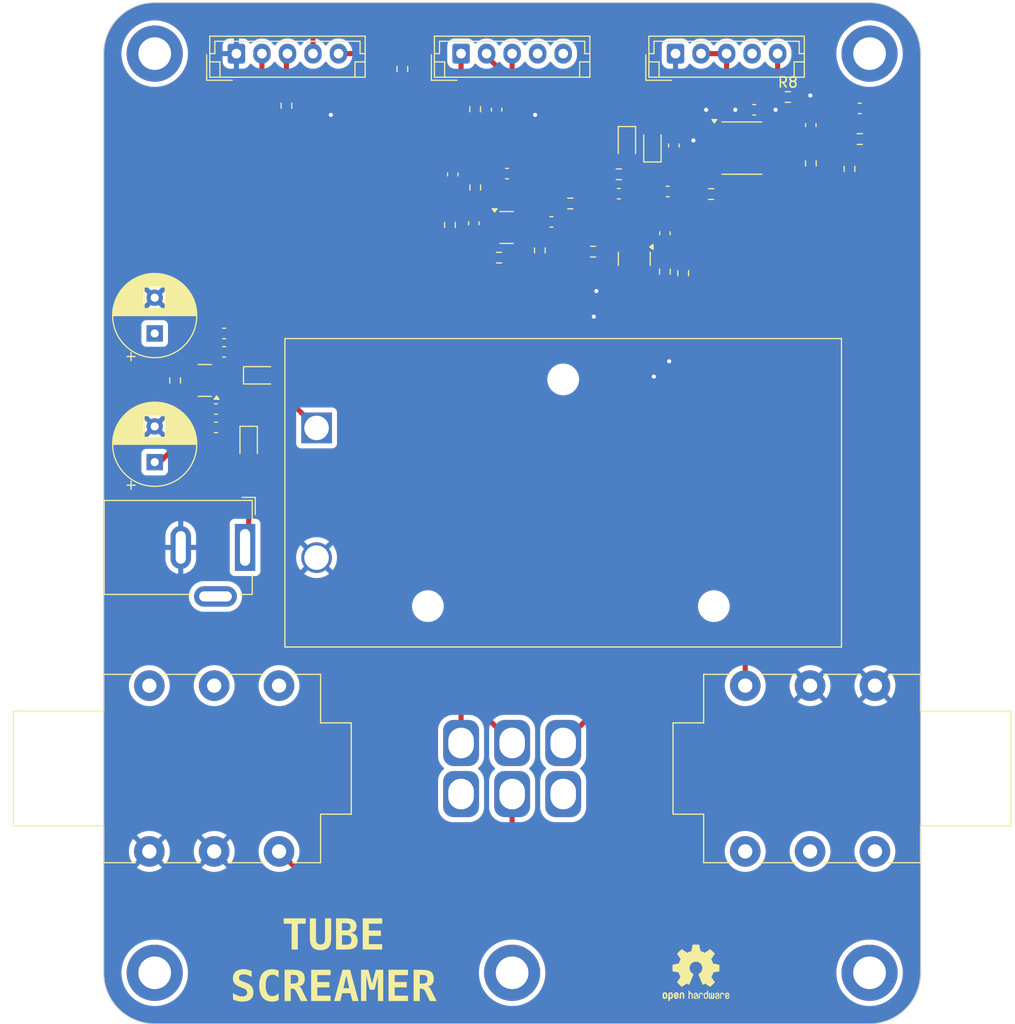
<source format=kicad_pcb>
(kicad_pcb (version 20241229) (generator "pcbnew") (generator_version "9.0")
  (layers (0 "F.Cu" signal) (2 "B.Cu" signal) (13 "F.Paste" user) (15 "B.Paste" user) (5 "F.SilkS" user "F.Silkscreen") (7 "B.SilkS" user "B.Silkscreen") (1 "F.Mask" user) (3 "B.Mask" user) (25 "Edge.Cuts" user))
  (net 0 "")
  (net 1 "0")
  (net 2 "Net-(C1-Pad2)")
  (net 3 "Net-(D1-A)")
  (net 4 "Net-(D1-K)")
  (net 5 "Net-(D3-K)")
  (net 6 "Net-(C6-Pad2)")
  (net 7 "Net-(C7-Pad2)")
  (net 8 "4V5")
  (net 9 "Net-(C9-Pad1)")
  (net 10 "Net-(Q1-B)")
  (net 11 "Net-(J4-Pin_2)")
  (net 12 "Net-(D3-A)")
  (net 13 "9V")
  (net 14 "Net-(J4-Pin_3)")
  (net 15 "Net-(C7-Pad1)")
  (net 16 "Net-(C11-Pad2)")
  (net 17 "IN_BUFF")
  (net 18 "Net-(C11-Pad1)")
  (net 19 "Net-(Q2-B)")
  (net 21 "Net-(Q3-B)")
  (net 22 "Net-(Q2-E)")
  (net 23 "OP_OUT")
  (net 26 "Net-(U1A-+)")
  (net 27 "/SW_MID")
  (net 28 "/SW_ON")
  (net 29 "Net-(J1-PadT)")
  (net 33 "Net-(J5-Pin_4)")
  (net 35 "Net-(BT1-+)")
  (net 36 "Net-(J4-Pin_1)")
  (net 37 "Net-(J3-Pin_5)")
  (net 38 "Net-(J5-Pin_5)")
  (footprint "Resistor_SMD:R_0603_1608Metric_Pad0.98x0.95mm_HandSolder" (layer "F.Cu") (at 109.4875 68.75)
    (property "Reference" "R3" (hide yes))
    (property "Value" "10k")
    (pad "1" smd roundrect (at -0.9125 0) (size 0.975 0.95) (layers "F.Cu" "F.Mask" "F.Paste") (net 26 "Net-(U1A-+)"))
    (pad "2" smd roundrect (at 0.9125 0) (size 0.975 0.95) (layers "F.Cu" "F.Mask" "F.Paste") (net 8 "4V5"))
  )
  (footprint "Resistor_SMD:R_0603_1608Metric_Pad0.98x0.95mm_HandSolder" (layer "F.Cu") (at 57 87 90)
    (property "Reference" "R16" (hide yes))
    (property "Value" "1k")
    (pad "1" smd roundrect (at -0.9125 0 90) (size 0.975 0.95) (layers "F.Cu" "F.Mask" "F.Paste") (net 21 "Net-(Q3-B)"))
    (pad "2" smd roundrect (at 0.9125 0 90) (size 0.975 0.95) (layers "F.Cu" "F.Mask" "F.Paste") (net 5 "Net-(D3-K)"))
  )
  (footprint "pedale:floating_pot_knob" (layer "F.Cu") (at 90 77)
    (property "Reference" "RV7" (hide yes))
    (property "Value" "floating_pot_knob")
  )
  (footprint "Resistor_SMD:R_0603_1608Metric_Pad0.98x0.95mm_HandSolder" (layer "F.Cu") (at 97.9225 74.39 180)
    (property "Reference" "R17" (hide yes))
    (property "Value" "10k")
    (pad "1" smd roundrect (at -0.9125 0 180) (size 0.975 0.95) (layers "F.Cu" "F.Mask" "F.Paste") (net 17 "IN_BUFF"))
    (pad "2" smd roundrect (at 0.9125 0 180) (size 0.975 0.95) (layers "F.Cu" "F.Mask" "F.Paste") (net 1 "0"))
  )
  (footprint "Diode_SMD:D_SOD-323" (layer "F.Cu") (at 64.2 93.1 -90)
    (property "Reference" "D3" (hide yes))
    (property "Value" "1N4148WS")
    (pad "1" smd roundrect (at -1.05 0 270) (size 0.6 0.45) (layers "F.Cu" "F.Mask" "F.Paste") (net 5 "Net-(D3-K)"))
    (pad "2" smd roundrect (at 1.05 0 270) (size 0.6 0.45) (layers "F.Cu" "F.Mask" "F.Paste") (net 12 "Net-(D3-A)"))
  )
  (footprint "Connector_JST:JST_EH_B5B-EH-A_1x05_P2.50mm_Vertical" (layer "F.Cu") (at 106 55)
    (property "Reference" "J3" (hide yes))
    (property "Value" "Conn_01x05")
    (pad "1" thru_hole roundrect (at 0 0) (size 1.7 1.95) (drill 0.95) (layers "*.Cu" "*.Mask") (roundrect_rratio 0.147059) (net 4 "Net-(D1-K)"))
    (pad "2" thru_hole oval (at 2.5 0) (size 1.7 1.95) (drill 0.95) (layers "*.Cu" "*.Mask") (net 3 "Net-(D1-A)"))
    (pad "3" thru_hole oval (at 5 0) (size 1.7 1.95) (drill 0.95) (layers "*.Cu" "*.Mask") (net 3 "Net-(D1-A)"))
    (pad "4" thru_hole oval (at 7.5 0) (size 1.7 1.95) (drill 0.95) (layers "*.Cu" "*.Mask") (net 13 "9V"))
    (pad "5" thru_hole oval (at 10 0) (size 1.7 1.95) (drill 0.95) (layers "*.Cu" "*.Mask") (net 37 "Net-(J3-Pin_5)"))
  )
  (footprint "Capacitor_SMD:C_0603_1608Metric_Pad1.08x0.95mm_HandSolder" (layer "F.Cu") (at 88.48 60.48 -90)
    (property "Reference" "C6" (hide yes))
    (property "Value" "220n")
    (pad "1" smd roundrect (at -0.8625 0 270) (size 1.075 0.95) (layers "F.Cu" "F.Mask" "F.Paste") (net 11 "Net-(J4-Pin_2)"))
    (pad "2" smd roundrect (at 0.8625 0 270) (size 1.075 0.95) (layers "F.Cu" "F.Mask" "F.Paste") (net 6 "Net-(C6-Pad2)"))
  )
  (footprint "Symbol:OSHW-Logo2_7.3x6mm_SilkScreen" (layer "F.Cu") (at 108 145)
    (property "Reference" "SIM1" (hide yes))
    (property "Value" "Logo_Open_Hardware_Small" (hide yes))
  )
  (footprint "Capacitor_SMD:C_0603_1608Metric_Pad1.08x0.95mm_HandSolder" (layer "F.Cu") (at 89.5 66.75)
    (property "Reference" "C5" (hide yes))
    (property "Value" "100n")
    (pad "1" smd roundrect (at -0.8625 0) (size 1.075 0.95) (layers "F.Cu" "F.Mask" "F.Paste") (net 36 "Net-(J4-Pin_1)"))
    (pad "2" smd roundrect (at 0.8625 0) (size 1.075 0.95) (layers "F.Cu" "F.Mask" "F.Paste") (net 14 "Net-(J4-Pin_3)"))
  )
  (footprint "Diode_SMD:D_SOD-323" (layer "F.Cu") (at 101.2375 63.75 -90)
    (property "Reference" "D2" (hide yes))
    (property "Value" "1N4148WS")
    (pad "1" smd roundrect (at -1.05 0 270) (size 0.6 0.45) (layers "F.Cu" "F.Mask" "F.Paste") (net 3 "Net-(D1-A)"))
    (pad "2" smd roundrect (at 1.05 0 270) (size 0.6 0.45) (layers "F.Cu" "F.Mask" "F.Paste") (net 4 "Net-(D1-K)"))
  )
  (footprint "Connector_JST:JST_EH_B5B-EH-A_1x05_P2.50mm_Vertical" (layer "F.Cu") (at 85 55)
    (property "Reference" "J4" (hide yes))
    (property "Value" "Conn_01x05")
    (pad "1" thru_hole roundrect (at 0 0) (size 1.7 1.95) (drill 0.95) (layers "*.Cu" "*.Mask") (roundrect_rratio 0.147059) (net 36 "Net-(J4-Pin_1)"))
    (pad "2" thru_hole oval (at 2.5 0) (size 1.7 1.95) (drill 0.95) (layers "*.Cu" "*.Mask") (net 11 "Net-(J4-Pin_2)"))
    (pad "3" thru_hole oval (at 5 0) (size 1.7 1.95) (drill 0.95) (layers "*.Cu" "*.Mask") (net 14 "Net-(J4-Pin_3)"))
    (pad "4" thru_hole oval (at 7.5 0) (size 1.7 1.95) (drill 0.95) (layers "*.Cu" "*.Mask"))
    (pad "5" thru_hole oval (at 10 0) (size 1.7 1.95) (drill 0.95) (layers "*.Cu" "*.Mask"))
  )
  (footprint "Capacitor_SMD:C_0603_1608Metric_Pad1.08x0.95mm_HandSolder" (layer "F.Cu") (at 61 89.8)
    (property "Reference" "C13" (hide yes))
    (property "Value" "10u")
    (pad "1" smd roundrect (at -0.8625 0) (size 1.075 0.95) (layers "F.Cu" "F.Mask" "F.Paste") (net 21 "Net-(Q3-B)"))
    (pad "2" smd roundrect (at 0.8625 0) (size 1.075 0.95) (layers "F.Cu" "F.Mask" "F.Paste") (net 1 "0"))
  )
  (footprint "pedale:BatteryHolder_Eagle_12BH611-GR" (layer "F.Cu") (at 70.85 91.65 180)
    (property "Reference" "BT1" (hide yes))
    (property "Value" "Battery_Cell")
    (pad "" np_thru_hole circle (at -38.9 -17.45 180) (size 2.6 2.6) (drill 2.6) (layers "*.Cu" "*.Mask"))
    (pad "" np_thru_hole circle (at -24.15 4.75 180) (size 2.6 2.6) (drill 2.6) (layers "*.Cu" "*.Mask"))
    (pad "" np_thru_hole circle (at -10.9 -17.45 180) (size 2.6 2.6) (drill 2.6) (layers "*.Cu" "*.Mask"))
    (pad "1" thru_hole rect (at 0 0 180) (size 3 3) (drill 2.4) (layers "*.Cu" "*.Mask") (net 35 "Net-(BT1-+)"))
    (pad "2" thru_hole circle (at 0 -12.7 180) (size 3 3) (drill 2.4) (layers "*.Cu" "*.Mask") (net 1 "0"))
  )
  (footprint "Capacitor_SMD:C_0603_1608Metric_Pad1.08x0.95mm_HandSolder" (layer "F.Cu") (at 105.2375 68.5)
    (property "Reference" "C10" (hide yes))
    (property "Value" "1u")
    (pad "1" smd roundrect (at -0.8625 0) (size 1.075 0.95) (layers "F.Cu" "F.Mask" "F.Paste") (net 17 "IN_BUFF"))
    (pad "2" smd roundrect (at 0.8625 0) (size 1.075 0.95) (layers "F.Cu" "F.Mask" "F.Paste") (net 26 "Net-(U1A-+)"))
  )
  (footprint "Capacitor_SMD:C_0603_1608Metric_Pad1.08x0.95mm_HandSolder" (layer "F.Cu") (at 124.0375 60.3625)
    (property "Reference" "C14" (hide yes))
    (property "Value" "10u")
    (pad "1" smd roundrect (at -0.8625 0) (size 1.075 0.95) (layers "F.Cu" "F.Mask" "F.Paste") (net 8 "4V5"))
    (pad "2" smd roundrect (at 0.8625 0) (size 1.075 0.95) (layers "F.Cu" "F.Mask" "F.Paste") (net 1 "0"))
  )
  (footprint "Connector_Audio:Jack_6.35mm_Neutrik_NMJ6HHD2_Horizontal" (layer "F.Cu") (at 67.175 133.115 180)
    (property "Reference" "J1" (hide yes))
    (property "Value" "NMJ6HHD2")
    (pad "R" thru_hole circle (at 6.35 0 180) (size 3 3) (drill 1.4) (layers "*.Cu" "*.Mask") (net 1 "0"))
    (pad "RN" thru_hole circle (at 6.35 16.23 180) (size 3 3) (drill 1.4) (layers "*.Cu" "*.Mask"))
    (pad "S" thru_hole circle (at 12.7 0 180) (size 3 3) (drill 1.4) (layers "*.Cu" "*.Mask") (net 1 "0"))
    (pad "SN" thru_hole circle (at 12.7 16.23 180) (size 3 3) (drill 1.4) (layers "*.Cu" "*.Mask"))
    (pad "T" thru_hole circle (at 0 0 180) (size 3 3) (drill 1.4) (layers "*.Cu" "*.Mask") (net 29 "Net-(J1-PadT)"))
    (pad "TN" thru_hole circle (at 0 16.23 180) (size 3 3) (drill 1.4) (layers "*.Cu" "*.Mask"))
  )
  (footprint "pedale:M3_hole_with_spacer" (layer "F.Cu") (at 125 55)
    (property "Reference" "H2" (hide yes))
    (property "Value" "MountingHole")
    (pad "1" thru_hole circle (at 0 0) (size 3.6 3.6) (drill 3.2) (layers "*.Cu" "*.Mask"))
    (pad "1" connect circle (at 0 0) (size 5.5 5.5) (layers "F.Cu" "F.Mask"))
    (pad "1" connect circle (at 0 0) (size 5.5 5.5) (layers "B.Cu" "B.Mask"))
  )
  (footprint "pedale:M3_hole_with_spacer" (layer "F.Cu") (at 55 145)
    (property "Reference" "H3" (hide yes))
    (property "Value" "MountingHole")
    (pad "1" thru_hole circle (at 0 0) (size 3.6 3.6) (drill 3.2) (layers "*.Cu" "*.Mask"))
    (pad "1" connect circle (at 0 0) (size 5.5 5.5) (layers "F.Cu" "F.Mask"))
    (pad "1" connect circle (at 0 0) (size 5.5 5.5) (layers "B.Cu" "B.Mask"))
  )
  (footprint "Capacitor_SMD:C_0603_1608Metric_Pad1.08x0.95mm_HandSolder" (layer "F.Cu") (at 61 91.6 180)
    (property "Reference" "C18" (hide yes))
    (property "Value" "100n")
    (pad "1" smd roundrect (at -0.8625 0 180) (size 1.075 0.95) (layers "F.Cu" "F.Mask" "F.Paste") (net 1 "0"))
    (pad "2" smd roundrect (at 0.8625 0 180) (size 1.075 0.95) (layers "F.Cu" "F.Mask" "F.Paste") (net 21 "Net-(Q3-B)"))
  )
  (footprint "Resistor_SMD:R_0603_1608Metric_Pad0.98x0.95mm_HandSolder" (layer "F.Cu") (at 86.38 60.4425 90)
    (property "Reference" "R7" (hide yes))
    (property "Value" "220")
    (pad "1" smd roundrect (at -0.9125 0 90) (size 0.975 0.95) (layers "F.Cu" "F.Mask" "F.Paste") (net 6 "Net-(C6-Pad2)"))
    (pad "2" smd roundrect (at 0.9125 0 90) (size 0.975 0.95) (layers "F.Cu" "F.Mask" "F.Paste") (net 1 "0"))
  )
  (footprint "Capacitor_SMD:C_0603_1608Metric_Pad1.08x0.95mm_HandSolder" (layer "F.Cu") (at 61.8 82.4)
    (property "Reference" "C16" (hide yes))
    (property "Value" "10u")
    (pad "1" smd roundrect (at -0.8625 0) (size 1.075 0.95) (layers "F.Cu" "F.Mask" "F.Paste") (net 13 "9V"))
    (pad "2" smd roundrect (at 0.8625 0) (size 1.075 0.95) (layers "F.Cu" "F.Mask" "F.Paste") (net 1 "0"))
  )
  (footprint "pedale:floating_pot" (layer "F.Cu") (at 90 78 180)
    (property "Reference" "RV8" (hide yes))
    (property "Value" "floating_pot")
  )
  (footprint "Capacitor_SMD:C_0603_1608Metric_Pad1.08x0.95mm_HandSolder" (layer "F.Cu") (at 105.8375 64 90)
    (property "Reference" "C3" (hide yes))
    (property "Value" "47p")
    (pad "1" smd roundrect (at -0.8625 0 90) (size 1.075 0.95) (layers "F.Cu" "F.Mask" "F.Paste") (net 4 "Net-(D1-K)"))
    (pad "2" smd roundrect (at 0.8625 0 90) (size 1.075 0.95) (layers "F.Cu" "F.Mask" "F.Paste") (net 3 "Net-(D1-A)"))
  )
  (footprint "Resistor_SMD:R_0603_1608Metric_Pad0.98x0.95mm_HandSolder" (layer "F.Cu") (at 100.45 66.8125)
    (property "Reference" "R2" (hide yes))
    (property "Value" "4.7k")
    (pad "1" smd roundrect (at -0.9125 0) (size 0.975 0.95) (layers "F.Cu" "F.Mask" "F.Paste") (net 2 "Net-(C1-Pad2)"))
    (pad "2" smd roundrect (at 0.9125 0) (size 0.975 0.95) (layers "F.Cu" "F.Mask" "F.Paste") (net 4 "Net-(D1-K)"))
  )
  (footprint "Capacitor_SMD:C_0603_1608Metric_Pad1.08x0.95mm_HandSolder" (layer "F.Cu") (at 119.25 62 90)
    (property "Reference" "C7" (hide yes))
    (property "Value" "1u")
    (pad "1" smd roundrect (at -0.8625 0 90) (size 1.075 0.95) (layers "F.Cu" "F.Mask" "F.Paste") (net 15 "Net-(C7-Pad1)"))
    (pad "2" smd roundrect (at 0.8625 0 90) (size 1.075 0.95) (layers "F.Cu" "F.Mask" "F.Paste") (net 7 "Net-(C7-Pad2)"))
  )
  (footprint "Diode_SMD:D_SOD-323" (layer "F.Cu") (at 103.7375 64 90)
    (property "Reference" "D1" (hide yes))
    (property "Value" "1N4148WS")
    (pad "1" smd roundrect (at -1.05 0 90) (size 0.6 0.45) (layers "F.Cu" "F.Mask" "F.Paste") (net 4 "Net-(D1-K)"))
    (pad "2" smd roundrect (at 1.05 0 90) (size 0.6 0.45) (layers "F.Cu" "F.Mask" "F.Paste") (net 3 "Net-(D1-A)"))
  )
  (footprint "Capacitor_SMD:C_0603_1608Metric_Pad1.08x0.95mm_HandSolder" (layer "F.Cu") (at 61.8 84.2)
    (property "Reference" "C15" (hide yes))
    (property "Value" "10u")
    (pad "1" smd roundrect (at -0.8625 0) (size 1.075 0.95) (layers "F.Cu" "F.Mask" "F.Paste") (net 13 "9V"))
    (pad "2" smd roundrect (at 0.8625 0) (size 1.075 0.95) (layers "F.Cu" "F.Mask" "F.Paste") (net 1 "0"))
  )
  (footprint "Capacitor_SMD:C_0603_1608Metric_Pad1.08x0.95mm_HandSolder" (layer "F.Cu") (at 84.1875 66.825 90)
    (property "Reference" "C4" (hide yes))
    (property "Value" "220n")
    (pad "1" smd roundrect (at -0.8625 0 90) (size 1.075 0.95) (layers "F.Cu" "F.Mask" "F.Paste") (net 1 "0"))
    (pad "2" smd roundrect (at 0.8625 0 90) (size 1.075 0.95) (layers "F.Cu" "F.Mask" "F.Paste") (net 36 "Net-(J4-Pin_1)"))
  )
  (footprint "Resistor_SMD:R_0603_1608Metric_Pad0.98x0.95mm_HandSolder" (layer "F.Cu") (at 86.3875 68.1125 -90)
    (property "Reference" "R4" (hide yes))
    (property "Value" "1k")
    (pad "1" smd roundrect (at -0.9125 0 270) (size 0.975 0.95) (layers "F.Cu" "F.Mask" "F.Paste") (net 36 "Net-(J4-Pin_1)"))
    (pad "2" smd roundrect (at 0.9125 0 270) (size 0.975 0.95) (layers "F.Cu" "F.Mask" "F.Paste") (net 3 "Net-(D1-A)"))
  )
  (footprint "switch:switch_DPDT" (layer "F.Cu") (at 85 122.5)
    (property "Reference" "SW1" (hide yes))
    (property "Value" "SW_DPDT_x2")
    (pad "1" thru_hole roundrect (at 0 0) (size 3.5 4.5) (drill oval 2.5 3) (layers "*.Cu" "*.Mask") (roundrect_rratio 0.2857142857) (net 28 "/SW_ON"))
    (pad "2" thru_hole roundrect (at 5 0) (size 3.5 4.5) (drill oval 2.5 3) (layers "*.Cu" "*.Mask") (roundrect_rratio 0.2857142857) (net 27 "/SW_MID"))
    (pad "3" thru_hole roundrect (at 10 0) (size 3.5 4.5) (drill oval 2.5 3) (layers "*.Cu" "*.Mask") (roundrect_rratio 0.2857142857) (net 17 "IN_BUFF"))
    (pad "4" thru_hole roundrect (at 10 5) (size 3.5 4.5) (drill oval 2.5 3) (layers "*.Cu" "*.Mask") (roundrect_rratio 0.2857142857) (net 13 "9V"))
    (pad "5" thru_hole roundrect (at 5 5) (size 3.5 4.5) (drill oval 2.5 3) (layers "*.Cu" "*.Mask") (roundrect_rratio 0.2857142857) (net 33 "Net-(J5-Pin_4)"))
    (pad "6" thru_hole roundrect (at 0 5) (size 3.5 4.5) (drill oval 2.5 3) (layers "*.Cu" "*.Mask") (roundrect_rratio 0.2857142857))
  )
  (footprint "pedale:floating_pot_knob" (layer "F.Cu") (at 68 62)
    (property "Reference" "RV9" (hide yes))
    (property "Value" "floating_pot_knob")
  )
  (footprint "pedale:floating_green_led" (layer "F.Cu") (at 74 138 180)
    (property "Reference" "D8" (hide yes))
    (property "Value" "floating_green_led")
  )
  (footprint "Package_TO_SOT_SMD:SOT-23" (layer "F.Cu") (at 59.9 87 180)
    (property "Reference" "Q3" (hide yes))
    (property "Value" "MMBT5551")
    (pad "1" smd roundrect (at -0.9375 -0.95 180) (size 1.475 0.6) (layers "F.Cu" "F.Mask" "F.Paste") (net 21 "Net-(Q3-B)"))
    (pad "2" smd roundrect (at -0.9375 0.95 180) (size 1.475 0.6) (layers "F.Cu" "F.Mask" "F.Paste") (net 13 "9V"))
    (pad "3" smd roundrect (at 0.9375 0 180) (size 1.475 0.6) (layers "F.Cu" "F.Mask" "F.Paste") (net 5 "Net-(D3-K)"))
  )
  (footprint "Resistor_SMD:R_0603_1608Metric_Pad0.98x0.95mm_HandSolder" (layer "F.Cu") (at 119.25 65.75 -90)
    (property "Reference" "R6" (hide yes))
    (property "Value" "1k")
    (pad "1" smd roundrect (at -0.9125 0 270) (size 0.975 0.95) (layers "F.Cu" "F.Mask" "F.Paste") (net 15 "Net-(C7-Pad1)"))
    (pad "2" smd roundrect (at 0.9125 0 270) (size 0.975 0.95) (layers "F.Cu" "F.Mask" "F.Paste") (net 14 "Net-(J4-Pin_3)"))
  )
  (footprint "pedale:M3_hole_with_spacer" (layer "F.Cu") (at 125 145)
    (property "Reference" "H5" (hide yes))
    (property "Value" "MountingHole")
    (pad "1" thru_hole circle (at 0 0) (size 3.6 3.6) (drill 3.2) (layers "*.Cu" "*.Mask"))
    (pad "1" connect circle (at 0 0) (size 5.5 5.5) (layers "F.Cu" "F.Mask"))
    (pad "1" connect circle (at 0 0) (size 5.5 5.5) (layers "B.Cu" "B.Mask"))
  )
  (footprint "Capacitor_SMD:C_0603_1608Metric_Pad1.08x0.95mm_HandSolder" (layer "F.Cu") (at 93.85 71.475)
    (property "Reference" "C11" (hide yes))
    (property "Value" "10u")
    (pad "1" smd roundrect (at -0.8625 0) (size 1.075 0.95) (layers "F.Cu" "F.Mask" "F.Paste") (net 18 "Net-(C11-Pad1)"))
    (pad "2" smd roundrect (at 0.8625 0) (size 1.075 0.95) (layers "F.Cu" "F.Mask" "F.Paste") (net 16 "Net-(C11-Pad2)"))
  )
  (footprint "Resistor_SMD:R_0603_1608Metric_Pad0.98x0.95mm_HandSolder" (layer "F.Cu") (at 106.75 76.5 -90)
    (property "Reference" "R13" (hide yes))
    (property "Value" "1k")
    (pad "1" smd roundrect (at -0.9125 0 270) (size 0.975 0.95) (layers "F.Cu" "F.Mask" "F.Paste") (net 9 "Net-(C9-Pad1)"))
    (pad "2" smd roundrect (at 0.9125 0 270) (size 0.975 0.95) (layers "F.Cu" "F.Mask" "F.Paste") (net 29 "Net-(J1-PadT)"))
  )
  (footprint "Package_TO_SOT_SMD:SOT-23" (layer "F.Cu") (at 89.45 72.025)
    (property "Reference" "Q2" (hide yes))
    (property "Value" "MMBT5551")
    (pad "1" smd roundrect (at -0.9375 -0.95) (size 1.475 0.6) (layers "F.Cu" "F.Mask" "F.Paste") (net 19 "Net-(Q2-B)"))
    (pad "2" smd roundrect (at -0.9375 0.95) (size 1.475 0.6) (layers "F.Cu" "F.Mask" "F.Paste") (net 22 "Net-(Q2-E)"))
    (pad "3" smd roundrect (at 0.9375 0) (size 1.475 0.6) (layers "F.Cu" "F.Mask" "F.Paste") (net 13 "9V"))
  )
  (footprint "Resistor_SMD:R_0603_1608Metric_Pad0.98x0.95mm_HandSolder" (layer "F.Cu") (at 123.0375 66.275 90)
    (property "Reference" "R22" (hide yes))
    (property "Value" "10k")
    (pad "1" smd roundrect (at -0.9125 0 90) (size 0.975 0.95) (layers "F.Cu" "F.Mask" "F.Paste") (net 13 "9V"))
    (pad "2" smd roundrect (at 0.9125 0 90) (size 0.975 0.95) (layers "F.Cu" "F.Mask" "F.Paste") (net 8 "4V5"))
  )
  (footprint "Resistor_SMD:R_0603_1608Metric_Pad0.98x0.95mm_HandSolder" (layer "F.Cu") (at 88.7125 74.975 180)
    (property "Reference" "R20" (hide yes))
    (property "Value" "10k")
    (pad "1" smd roundrect (at -0.9125 0 180) (size 0.975 0.95) (layers "F.Cu" "F.Mask" "F.Paste") (net 22 "Net-(Q2-E)"))
    (pad "2" smd roundrect (at 0.9125 0 180) (size 0.975 0.95) (layers "F.Cu" "F.Mask" "F.Paste") (net 1 "0"))
  )
  (footprint "Capacitor_SMD:C_0603_1608Metric_Pad1.08x0.95mm_HandSolder" (layer "F.Cu") (at 86.25 71.6125 90)
    (property "Reference" "C12" (hide yes))
    (property "Value" "100n")
    (pad "1" smd roundrect (at -0.8625 0 90) (size 1.075 0.95) (layers "F.Cu" "F.Mask" "F.Paste") (net 27 "/SW_MID"))
    (pad "2" smd roundrect (at 0.8625 0 90) (size 1.075 0.95) (layers "F.Cu" "F.Mask" "F.Paste") (net 19 "Net-(Q2-B)"))
  )
  (footprint "pedale:M3_hole_with_spacer" (layer "F.Cu") (at 90 145)
    (property "Reference" "H4" (hide yes))
    (property "Value" "MountingHole")
    (pad "1" thru_hole circle (at 0 0) (size 3.6 3.6) (drill 3.2) (layers "*.Cu" "*.Mask"))
    (pad "1" connect circle (at 0 0) (size 5.5 5.5) (layers "F.Cu" "F.Mask"))
    (pad "1" connect circle (at 0 0) (size 5.5 5.5) (layers "B.Cu" "B.Mask"))
  )
  (footprint "Resistor_SMD:R_0603_1608Metric_Pad0.98x0.95mm_HandSolder" (layer "F.Cu") (at 124.0375 63.3625)
    (property "Reference" "R23" (hide yes))
    (property "Value" "10k")
    (pad "1" smd roundrect (at -0.9125 0) (size 0.975 0.95) (layers "F.Cu" "F.Mask" "F.Paste") (net 8 "4V5"))
    (pad "2" smd roundrect (at 0.9125 0) (size 0.975 0.95) (layers "F.Cu" "F.Mask" "F.Paste") (net 1 "0"))
  )
  (footprint "Resistor_SMD:R_0603_1608Metric_Pad0.98x0.95mm_HandSolder" (layer "F.Cu") (at 104.96 76.34 90)
    (property "Reference" "R15" (hide yes))
    (property "Value" "510k")
    (pad "1" smd roundrect (at -0.9125 0 90) (size 0.975 0.95) (layers "F.Cu" "F.Mask" "F.Paste") (net 8 "4V5"))
    (pad "2" smd roundrect (at 0.9125 0 90) (size 0.975 0.95) (layers "F.Cu" "F.Mask" "F.Paste") (net 10 "Net-(Q1-B)"))
  )
  (footprint "pedale:floating_pot_knob" (layer "F.Cu") (at 112 62)
    (property "Reference" "RV1" (hide yes))
    (property "Value" "floating_pot_knob")
  )
  (footprint "Connector_Audio:Jack_6.35mm_Neutrik_NMJ6HHD2_Horizontal" (layer "F.Cu") (at 112.825 116.885)
    (property "Reference" "J2" (hide yes))
    (property "Value" "NMJ6HHD2")
    (pad "R" thru_hole circle (at 6.35 0) (size 3 3) (drill 1.4) (layers "*.Cu" "*.Mask") (net 1 "0"))
    (pad "RN" thru_hole circle (at 6.35 16.23) (size 3 3) (drill 1.4) (layers "*.Cu" "*.Mask"))
    (pad "S" thru_hole circle (at 12.7 0) (size 3 3) (drill 1.4) (layers "*.Cu" "*.Mask") (net 1 "0"))
    (pad "SN" thru_hole circle (at 12.7 16.23) (size 3 3) (drill 1.4) (layers "*.Cu" "*.Mask"))
    (pad "T" thru_hole circle (at 0 0) (size 3 3) (drill 1.4) (layers "*.Cu" "*.Mask") (net 16 "Net-(C11-Pad2)"))
    (pad "TN" thru_hole circle (at 0 16.23) (size 3 3) (drill 1.4) (layers "*.Cu" "*.Mask"))
  )
  (footprint "Resistor_SMD:R_0603_1608Metric_Pad0.98x0.95mm_HandSolder" (layer "F.Cu") (at 117 59.25)
    (property "Reference" "R8" (at 0 -1.43 0) (layer "F.SilkS"))
    (property "Value" "1k")
    (pad "1" smd roundrect (at -0.9125 0) (size 0.975 0.95) (layers "F.Cu" "F.Mask" "F.Paste") (net 37 "Net-(J3-Pin_5)"))
    (pad "2" smd roundrect (at 0.9125 0) (size 0.975 0.95) (layers "F.Cu" "F.Mask" "F.Paste") (net 1 "0"))
  )
  (footprint "Capacitor_SMD:C_0603_1608Metric_Pad1.08x0.95mm_HandSolder" (layer "F.Cu") (at 104.96 72.59 -90)
    (property "Reference" "C9" (hide yes))
    (property "Value" "22n")
    (pad "1" smd roundrect (at -0.8625 0 270) (size 1.075 0.95) (layers "F.Cu" "F.Mask" "F.Paste") (net 9 "Net-(C9-Pad1)"))
    (pad "2" smd roundrect (at 0.8625 0 270) (size 1.075 0.95) (layers "F.Cu" "F.Mask" "F.Paste") (net 10 "Net-(Q1-B)"))
  )
  (footprint "pedale:floating_red_led" (layer "F.Cu") (at 106 138 180)
    (property "Reference" "D9" (hide yes))
    (property "Value" "floating_red_led")
  )
  (footprint "Connector_BarrelJack:BarrelJack_GCT_DCJ200-10-A_Horizontal" (layer "F.Cu") (at 63.85 103.35 -90)
    (property "Reference" "J6" (hide yes))
    (property "Value" "Barrel_Jack_MountingPin")
    (pad "1" thru_hole rect (at 0 0 270) (size 4.6 2) (drill oval 3.6 1) (layers "*.Cu" "*.Mask") (net 12 "Net-(D3-A)"))
    (pad "2" thru_hole oval (at 0 6.3 270) (size 4.2 2) (drill oval 3.2 1) (layers "*.Cu" "*.Mask") (net 1 "0"))
    (pad "3" thru_hole oval (at 4.8 2.9 270) (size 2 4.2) (drill oval 1 3.2) (layers "*.Cu" "*.Mask"))
  )
  (footprint "Package_TO_SOT_SMD:SOT-23" (layer "F.Cu") (at 101.96 75.09 -90)
    (property "Reference" "Q1" (hide yes))
    (property "Value" "MMBT5551")
    (pad "1" smd roundrect (at -0.9375 -0.95 270) (size 1.475 0.6) (layers "F.Cu" "F.Mask" "F.Paste") (net 10 "Net-(Q1-B)"))
    (pad "2" smd roundrect (at -0.9375 0.95 270) (size 1.475 0.6) (layers "F.Cu" "F.Mask" "F.Paste") (net 17 "IN_BUFF"))
    (pad "3" smd roundrect (at 0.9375 0 270) (size 1.475 0.6) (layers "F.Cu" "F.Mask" "F.Paste") (net 13 "9V"))
  )
  (footprint "Capacitor_SMD:C_0603_1608Metric_Pad1.08x0.95mm_HandSolder" (layer "F.Cu") (at 100.45 68.7125 180)
    (property "Reference" "C1" (hide yes))
    (property "Value" "47n")
    (pad "1" smd roundrect (at -0.8625 0 180) (size 1.075 0.95) (layers "F.Cu" "F.Mask" "F.Paste") (net 1 "0"))
    (pad "2" smd roundrect (at 0.8625 0 180) (size 1.075 0.95) (layers "F.Cu" "F.Mask" "F.Paste") (net 2 "Net-(C1-Pad2)"))
  )
  (footprint "Resistor_SMD:R_0603_1608Metric_Pad0.98x0.95mm_HandSolder" (layer "F.Cu") (at 79.25 56.5 90)
    (property "Reference" "R18" (hide yes))
    (property "Value" "1k")
    (pad "1" smd roundrect (at -0.9125 0 90) (size 0.975 0.95) (layers "F.Cu" "F.Mask" "F.Paste") (net 1 "0"))
    (pad "2" smd roundrect (at 0.9125 0 90) (size 0.975 0.95) (layers "F.Cu" "F.Mask" "F.Paste") (net 38 "Net-(J5-Pin_5)"))
  )
  (footprint "pedale:floating_pot" (layer "F.Cu") (at 112 63)
    (property "Reference" "RV6" (hide yes))
    (property "Value" "floating_pot")
  )
  (footprint "Capacitor_THT:CP_Radial_D8.0mm_P3.50mm" (layer "F.Cu") (at 55 95 90)
    (property "Reference" "C8" (hide yes))
    (property "Value" "470u")
    (pad "1" thru_hole rect (at 0 0 90) (size 1.6 1.6) (drill 0.8) (layers "*.Cu" "*.Mask") (net 21 "Net-(Q3-B)"))
    (pad "2" thru_hole circle (at 3.5 0 90) (size 1.6 1.6) (drill 0.8) (layers "*.Cu" "*.Mask") (net 1 "0"))
  )
  (footprint "Package_SO:SOIC-8_3.9x4.9mm_P1.27mm" (layer "F.Cu") (at 112.5 64.25)
    (property "Reference" "U1" (hide yes))
    (property "Value" "NE5532")
    (pad "1" smd roundrect (at -2.475 -1.905) (size 1.95 0.6) (layers "F.Cu" "F.Mask" "F.Paste") (net 3 "Net-(D1-A)"))
    (pad "2" smd roundrect (at -2.475 -0.635) (size 1.95 0.6) (layers "F.Cu" "F.Mask" "F.Paste") (net 4 "Net-(D1-K)"))
    (pad "3" smd roundrect (at -2.475 0.635) (size 1.95 0.6) (layers "F.Cu" "F.Mask" "F.Paste") (net 26 "Net-(U1A-+)"))
    (pad "4" smd roundrect (at -2.475 1.905) (size 1.95 0.6) (layers "F.Cu" "F.Mask" "F.Paste") (net 1 "0"))
    (pad "5" smd roundrect (at 2.475 1.905) (size 1.95 0.6) (layers "F.Cu" "F.Mask" "F.Paste") (net 8 "4V5"))
    (pad "6" smd roundrect (at 2.475 0.635) (size 1.95 0.6) (layers "F.Cu" "F.Mask" "F.Paste") (net 14 "Net-(J4-Pin_3)"))
    (pad "7" smd roundrect (at 2.475 -0.635) (size 1.95 0.6) (layers "F.Cu" "F.Mask" "F.Paste") (net 15 "Net-(C7-Pad1)"))
    (pad "8" smd roundrect (at 2.475 -1.905) (size 1.95 0.6) (layers "F.Cu" "F.Mask" "F.Paste") (net 13 "9V"))
  )
  (footprint "Resistor_SMD:R_0603_1608Metric_Pad0.98x0.95mm_HandSolder" (layer "F.Cu") (at 92.7125 74.275 90)
    (property "Reference" "R11" (hide yes))
    (property "Value" "100")
    (pad "1" smd roundrect (at -0.9125 0 90) (size 0.975 0.95) (layers "F.Cu" "F.Mask" "F.Paste") (net 22 "Net-(Q2-E)"))
    (pad "2" smd roundrect (at 0.9125 0 90) (size 0.975 0.95) (layers "F.Cu" "F.Mask" "F.Paste") (net 18 "Net-(C11-Pad1)"))
  )
  (footprint "pedale:floating_pot" (layer "F.Cu") (at 68 63)
    (property "Reference" "RV5" (hide yes))
    (property "Value" "floating_pot")
  )
  (footprint "Capacitor_SMD:C_0603_1608Metric_Pad1.08x0.95mm_HandSolder" (layer "F.Cu") (at 113.7 60.5)
    (property "Reference" "C17" (hide yes))
    (property "Value" "100n")
    (pad "1" smd roundrect (at -0.8625 0) (size 1.075 0.95) (layers "F.Cu" "F.Mask" "F.Paste") (net 1 "0"))
    (pad "2" smd roundrect (at 0.8625 0) (size 1.075 0.95) (layers "F.Cu" "F.Mask" "F.Paste") (net 13 "9V"))
  )
  (footprint "Resistor_SMD:R_0603_1608Metric_Pad0.98x0.95mm_HandSolder" (layer "F.Cu") (at 95.7 69.675)
    (property "Reference" "R21" (hide yes))
    (property "Value" "10k")
    (pad "1" smd roundrect (at -0.9125 0) (size 0.975 0.95) (layers "F.Cu" "F.Mask" "F.Paste") (net 16 "Net-(C11-Pad2)"))
    (pad "2" smd roundrect (at 0.9125 0) (size 0.975 0.95) (layers "F.Cu" "F.Mask" "F.Paste") (net 1 "0"))
  )
  (footprint "Capacitor_THT:CP_Radial_D8.0mm_P3.50mm" (layer "F.Cu") (at 55 82.4 90)
    (property "Reference" "C2" (hide yes))
    (property "Value" "470u")
    (pad "1" thru_hole rect (at 0 0 90) (size 1.6 1.6) (drill 0.8) (layers "*.Cu" "*.Mask") (net 13 "9V"))
    (pad "2" thru_hole circle (at 3.5 0 90) (size 1.6 1.6) (drill 0.8) (layers "*.Cu" "*.Mask") (net 1 "0"))
  )
  (footprint "Connector_JST:JST_EH_B5B-EH-A_1x05_P2.50mm_Vertical" (layer "F.Cu") (at 63 55)
    (property "Reference" "J5" (hide yes))
    (property "Value" "Conn_01x05")
    (pad "1" thru_hole roundrect (at 0 0) (size 1.7 1.95) (drill 0.95) (layers "*.Cu" "*.Mask") (roundrect_rratio 0.147059) (net 1 "0"))
    (pad "2" thru_hole oval (at 2.5 0) (size 1.7 1.95) (drill 0.95) (layers "*.Cu" "*.Mask") (net 28 "/SW_ON"))
    (pad "3" thru_hole oval (at 5 0) (size 1.7 1.95) (drill 0.95) (layers "*.Cu" "*.Mask") (net 23 "OP_OUT"))
    (pad "4" thru_hole oval (at 7.5 0) (size 1.7 1.95) (drill 0.95) (layers "*.Cu" "*.Mask") (net 33 "Net-(J5-Pin_4)"))
    (pad "5" thru_hole oval (at 10 0) (size 1.7 1.95) (drill 0.95) (layers "*.Cu" "*.Mask") (net 38 "Net-(J5-Pin_5)"))
  )
  (footprint "pedale:tube_screamer_front_plate" (layer "F.Cu") (at 50 50)
    (property "Reference" "P1" (hide yes))
    (property "Value" "tube_screamer_front_panel")
  )
  (footprint "pedale:M3_hole_with_spacer" (layer "F.Cu") (at 55 55)
    (property "Reference" "H1" (hide yes))
    (property "Value" "MountingHole")
    (pad "1" thru_hole circle (at 0 0) (size 3.6 3.6) (drill 3.2) (layers "*.Cu" "*.Mask"))
    (pad "1" connect circle (at 0 0) (size 5.5 5.5) (layers "F.Cu" "F.Mask"))
    (pad "1" connect circle (at 0 0) (size 5.5 5.5) (layers "B.Cu" "B.Mask"))
  )
  (footprint "Diode_SMD:D_SOD-323" (layer "F.Cu") (at 65.3 86.5)
    (property "Reference" "D5" (hide yes))
    (property "Value" "1N4148WS")
    (pad "1" smd roundrect (at -1.05 0) (size 0.6 0.45) (layers "F.Cu" "F.Mask" "F.Paste") (net 5 "Net-(D3-K)"))
    (pad "2" smd roundrect (at 1.05 0) (size 0.6 0.45) (layers "F.Cu" "F.Mask" "F.Paste") (net 35 "Net-(BT1-+)"))
  )
  (footprint "Resistor_SMD:R_0603_1608Metric_Pad0.98x0.95mm_HandSolder" (layer "F.Cu") (at 67.9 60.1 -90)
    (property "Reference" "R14" (hide yes))
    (property "Value" "1k")
    (pad "1" smd roundrect (at -0.9125 0 270) (size 0.975 0.95) (layers "F.Cu" "F.Mask" "F.Paste") (net 23 "OP_OUT"))
    (pad "2" smd roundrect (at 0.9125 0 270) (size 0.975 0.95) (layers "F.Cu" "F.Mask" "F.Paste") (net 7 "Net-(C7-Pad2)"))
  )
  (footprint "Resistor_SMD:R_0603_1608Metric_Pad0.98x0.95mm_HandSolder" (layer "F.Cu") (at 83.9125 71.775 90)
    (property "Reference" "R19" (hide yes))
    (property "Value" "510k")
    (pad "1" smd roundrect (at -0.9125 0 90) (size 0.975 0.95) (layers "F.Cu" "F.Mask" "F.Paste") (net 8 "4V5"))
    (pad "2" smd roundrect (at 0.9125 0 90) (size 0.975 0.95) (layers "F.Cu" "F.Mask" "F.Paste") (net 19 "Net-(Q2-B)"))
  )
  (gr_line (start 130 145) (end 130 55) (stroke (width 0.1)) (layer "Edge.Cuts"))
  (gr_arc (start 125 50) (mid 128.535533 51.464467) (end 130 55) (stroke (width 0.1)) (layer "Edge.Cuts"))
  (gr_arc (start 55 150) (mid 51.464467 148.535533) (end 50 145) (stroke (width 0.1)) (layer "Edge.Cuts"))
  (gr_line (start 55 150) (end 125 150) (stroke (width 0.1)) (layer "Edge.Cuts"))
  (gr_arc (start 50 55) (mid 51.464467 51.464467) (end 55 50) (stroke (width 0.1)) (layer "Edge.Cuts"))
  (gr_arc (start 130 145) (mid 128.535533 148.535533) (end 125 150) (stroke (width 0.1)) (layer "Edge.Cuts"))
  (gr_line (start 50 55) (end 50 145) (stroke (width 0.1)) (layer "Edge.Cuts"))
  (gr_line (start 125 50) (end 55 50) (stroke (width 0.1)) (layer "Edge.Cuts"))
  (gr_text "TUBE\nSCREAMER" (at 72.5 144 0) (layer "F.SilkS") (effects (font (size 3 3) (thickness 0.3) (bold yes))))
  (segment (start 112.8375 60.5) (end 111.85 60.5) (width 0.5) (layer "F.Cu") (net 1))
  (via (at 111.85 60.5) (size 0.8) (drill 0.4) (layers "F.Cu" "B.Cu") (net 1))
  (segment (start 99.5875 66.8625) (end 99.5375 66.8125) (width 0.5) (layer "F.Cu") (net 2))
  (segment (start 99.5875 68.7125) (end 99.5875 66.8625) (width 0.5) (layer "F.Cu") (net 2))
  (segment (start 103.75 63) (end 101.5 63) (width 0.5) (layer "F.Cu") (net 3))
  (segment (start 86.6635 68.749) (end 86.3875 69.025) (width 0.5) (layer "F.Cu") (net 3))
  (segment (start 101.5 63) (end 101.25 62.75) (width 0.5) (layer "F.Cu") (net 3))
  (segment (start 105.75 63) (end 103.75 63) (width 0.5) (layer "F.Cu") (net 3))
  (segment (start 101.25 62.75) (end 100.244734 62.75) (width 0.5) (layer "F.Cu") (net 3))
  (segment (start 111 55) (end 111 61.37) (width 0.5) (layer "F.Cu") (net 3))
  (segment (start 111 55) (end 108.5 55) (width 0.5) (layer "F.Cu") (net 3))
  (segment (start 106.905 62.345) (end 106 63.25) (width 0.5) (layer "F.Cu") (net 3))
  (segment (start 93.994734 69) (end 86.25 69) (width 0.5) (layer "F.Cu") (net 3))
  (segment (start 111 61.37) (end 110.025 62.345) (width 0.5) (layer "F.Cu") (net 3))
  (segment (start 110.025 62.345) (end 106.905 62.345) (width 0.5) (layer "F.Cu") (net 3))
  (segment (start 106 63.25) (end 105.75 63) (width 0.5) (layer "F.Cu") (net 3))
  (segment (start 100.244734 62.75) (end 93.994734 69) (width 0.5) (layer "F.Cu") (net 3))
  (segment (start 107.75 63.5) (end 107.865 63.615) (width 0.5) (layer "F.Cu") (net 4))
  (segment (start 107.635 63.615) (end 106.885 63.615) (width 0.5) (layer "F.Cu") (net 4))
  (segment (start 101.2375 66.6875) (end 101.3625 66.8125) (width 0.5) (layer "F.Cu") (net 4))
  (segment (start 107.865 63.615) (end 110.025 63.615) (width 0.5) (layer "F.Cu") (net 4))
  (segment (start 103.5 64.75) (end 103.45 64.8) (width 0.5) (layer "F.Cu") (net 4))
  (segment (start 101.2375 64.8) (end 101.2375 66.6875) (width 0.5) (layer "F.Cu") (net 4))
  (segment (start 107.75 63.5) (end 107.635 63.615) (width 0.5) (layer "F.Cu") (net 4))
  (segment (start 105.75 64.75) (end 103.5 64.75) (width 0.5) (layer "F.Cu") (net 4))
  (segment (start 106.885 63.615) (end 105.75 64.75) (width 0.5) (layer "F.Cu") (net 4))
  (segment (start 103.45 64.8) (end 101.2375 64.8) (width 0.5) (layer "F.Cu") (net 4))
  (via (at 107.75 63.5) (size 0.8) (drill 0.4) (layers "F.Cu" "B.Cu") (net 4))
  (segment (start 106 55) (end 106 58.25) (width 0.5) (layer "B.Cu") (net 4))
  (segment (start 107.7 63.45) (end 107.75 63.5) (width 0.5) (layer "B.Cu") (net 4))
  (segment (start 106 58.25) (end 107.7 59.95) (width 0.5) (layer "B.Cu") (net 4))
  (segment (start 107.7 59.95) (end 107.7 63.45) (width 0.5) (layer "B.Cu") (net 4))
  (segment (start 59 87) (end 58.25 86.25) (width 0.5) (layer "F.Cu") (net 5))
  (segment (start 64.25 86.5) (end 64.25 92) (width 0.5) (layer "F.Cu") (net 5))
  (segment (start 63.75 87) (end 59 87) (width 0.5) (layer "F.Cu") (net 5))
  (segment (start 58.25 86.25) (end 56.75 86.25) (width 0.5) (layer "F.Cu") (net 5))
  (segment (start 64.25 92) (end 64.2 92.05) (width 0.5) (layer "F.Cu") (net 5))
  (segment (start 64.25 86.5) (end 63.75 87) (width 0.5) (layer "F.Cu") (net 5))
  (segment (start 88.4675 61.355) (end 88.48 61.3425) (width 0.5) (layer "F.Cu") (net 6))
  (segment (start 86.38 61.355) (end 88.4675 61.355) (width 0.5) (layer "F.Cu") (net 6))
  (segment (start 108.5 61) (end 109 60.5) (width 0.5) (layer "F.Cu") (net 7))
  (segment (start 119.2 61.0875) (end 119.25 61.1375) (width 0.5) (layer "F.Cu") (net 7))
  (segment (start 67.9 61.0125) (end 72.2375 61.0125) (width 0.5) (layer "F.Cu") (net 7))
  (segment (start 72.2375 61.0125) (end 72.25 61) (width 0.5) (layer "F.Cu") (net 7))
  (segment (start 92.25 61) (end 108.5 61) (width 0.5) (layer "F.Cu") (net 7))
  (segment (start 119.2 59.1) (end 119.2 61.0875) (width 0.5) (layer "F.Cu") (net 7))
  (via (at 119.2 59.1) (size 0.8) (drill 0.4) (layers "F.Cu" "B.Cu") (net 7))
  (via (at 109 60.5) (size 0.8) (drill 0.4) (layers "F.Cu" "B.Cu") (net 7))
  (via (at 92.25 61) (size 0.8) (drill 0.4) (layers "F.Cu" "B.Cu") (net 7))
  (via (at 72.25 61) (size 0.8) (drill 0.4) (layers "F.Cu" "B.Cu") (net 7))
  (segment (start 110.6 58.9) (end 119 58.9) (width 0.5) (layer "B.Cu") (net 7))
  (segment (start 109 60.5) (end 110.6 58.9) (width 0.5) (layer "B.Cu") (net 7))
  (segment (start 119 58.9) (end 119.2 59.1) (width 0.5) (layer "B.Cu") (net 7))
  (segment (start 72.25 61) (end 92.25 61) (width 0.5) (layer "B.Cu") (net 7))
  (segment (start 106.75 71.75) (end 106.7275 71.7275) (width 0.5) (layer "F.Cu") (net 9))
  (segment (start 106.7275 71.7275) (end 104.96 71.7275) (width 0.5) (layer "F.Cu") (net 9))
  (segment (start 106.75 75.5875) (end 106.75 71.75) (width 0.5) (layer "F.Cu") (net 9))
  (segment (start 104.96 73.4525) (end 103.61 73.4525) (width 0.5) (layer "F.Cu") (net 10))
  (segment (start 103.61 73.4525) (end 102.91 74.1525) (width 0.5) (layer "F.Cu") (net 10))
  (segment (start 104.96 75.4275) (end 104.96 73.4525) (width 0.5) (layer "F.Cu") (net 10))
  (segment (start 88.48 56.23) (end 88.48 59.6175) (width 0.5) (layer "F.Cu") (net 11))
  (segment (start 87.5 55.25) (end 88.48 56.23) (width 0.5) (layer "F.Cu") (net 11))
  (segment (start 87.5 55) (end 87.5 55.25) (width 0.5) (layer "F.Cu") (net 11))
  (segment (start 64.2 94.15) (end 64.2 103) (width 0.5) (layer "F.Cu") (net 12))
  (segment (start 64.2 103) (end 63.85 103.35) (width 0.5) (layer "F.Cu") (net 12))
  (segment (start 114.5625 61.9325) (end 114.975 62.345) (width 0.5) (layer "F.Cu") (net 13))
  (segment (start 114.5625 60.5) (end 114.5625 61.9325) (width 0.5) (layer "F.Cu") (net 13))
  (segment (start 115.8 60.5) (end 114.5625 60.5) (width 0.5) (layer "F.Cu") (net 13))
  (via (at 115.8 60.5) (size 0.8) (drill 0.4) (layers "F.Cu" "B.Cu") (net 13))
  (segment (start 114.975 64.885) (end 115.949999 64.885) (width 0.5) (layer "F.Cu") (net 14))
  (segment (start 117.727499 66.6625) (end 119.25 66.6625) (width 0.5) (layer "F.Cu") (net 14))
  (segment (start 90 66.3875) (end 90.3625 66.75) (width 0.5) (layer "F.Cu") (net 14))
  (segment (start 90 55) (end 90 66.3875) (width 0.5) (layer "F.Cu") (net 14))
  (segment (start 115.949999 64.885) (end 117.727499 66.6625) (width 0.5) (layer "F.Cu") (net 14))
  (segment (start 119.25 64.8375) (end 119.25 62.8625) (width 0.5) (layer "F.Cu") (net 15))
  (segment (start 119.25 62.8625) (end 118.4975 63.615) (width 0.5) (layer "F.Cu") (net 15))
  (segment (start 118.4975 63.615) (end 114.975 63.615) (width 0.5) (layer "F.Cu") (net 15))
  (segment (start 94.7875 71.4) (end 94.7125 71.475) (width 0.5) (layer "F.Cu") (net 16))
  (segment (start 94.7125 75.9625) (end 94.7125 71.475) (width 0.5) (layer "F.Cu") (net 16))
  (segment (start 94.7875 69.675) (end 94.7875 71.4) (width 0.5) (layer "F.Cu") (net 16))
  (segment (start 112.825 94.075) (end 94.7125 75.9625) (width 0.5) (layer "F.Cu") (net 16))
  (segment (start 112.825 116.885) (end 112.825 94.075) (width 0.5) (layer "F.Cu") (net 16))
  (segment (start 99.0725 74.1525) (end 98.835 74.39) (width 0.5) (layer "F.Cu") (net 17))
  (segment (start 104.375 70.7875) (end 101.01 74.1525) (width 0.5) (layer "F.Cu") (net 17))
  (segment (start 104.375 68.5) (end 104.375 70.7875) (width 0.5) (layer "F.Cu") (net 17))
  (segment (start 98 119.5) (end 98 80.75) (width 0.5) (layer "F.Cu") (net 17))
  (segment (start 95 122.5) (end 98 119.5) (width 0.5) (layer "F.Cu") (net 17))
  (segment (start 98.25 78.25) (end 98.25 74.975) (width 0.5) (layer "F.Cu") (net 17))
  (segment (start 98.25 74.975) (end 98.835 74.39) (width 0.5) (layer "F.Cu") (net 17))
  (segment (start 101.01 74.1525) (end 99.0725 74.1525) (width 0.5) (layer "F.Cu") (net 17))
  (via (at 98 80.75) (size 0.8) (drill 0.4) (layers "F.Cu" "B.Cu") (net 17))
  (via (at 98.25 78.25) (size 0.8) (drill 0.4) (layers "F.Cu" "B.Cu") (net 17))
  (segment (start 98 78.5) (end 98.25 78.25) (width 0.5) (layer "B.Cu") (net 17))
  (segment (start 98 80.75) (end 98 78.5) (width 0.5) (layer "B.Cu") (net 17))
  (segment (start 92.9875 73.0875) (end 92.7125 73.3625) (width 0.5) (layer "F.Cu") (net 18))
  (segment (start 92.9875 71.475) (end 92.9875 73.0875) (width 0.5) (layer "F.Cu") (net 18))
  (segment (start 83.9125 70.8625) (end 86.1375 70.8625) (width 0.5) (layer "F.Cu") (net 19))
  (segment (start 88.5125 71.075) (end 86.575 71.075) (width 0.5) (layer "F.Cu") (net 19))
  (segment (start 86.575 71.075) (end 86.25 70.75) (width 0.5) (layer "F.Cu") (net 19))
  (segment (start 86.1375 70.8625) (end 86.25 70.75) (width 0.5) (layer "F.Cu") (net 19))
  (segment (start 57 87.9125) (end 58.6625 87.9125) (width 0.5) (layer "F.Cu") (net 21))
  (segment (start 58.6625 87.9125) (end 60.25 89.5) (width 0.5) (layer "F.Cu") (net 21))
  (segment (start 60.1375 89.8) (end 60.1375 91.6) (width 0.5) (layer "F.Cu") (net 21))
  (segment (start 60.75 89) (end 60.75 88.25) (width 0.5) (layer "F.Cu") (net 21))
  (segment (start 55.5 95) (end 55 95) (width 0.5) (layer "F.Cu") (net 21))
  (segment (start 60.25 89.5) (end 60.75 89) (width 0.5) (layer "F.Cu") (net 21))
  (segment (start 60.1375 91.6) (end 58.9 91.6) (width 0.5) (layer "F.Cu") (net 21))
  (segment (start 58.9 91.6) (end 55.5 95) (width 0.5) (layer "F.Cu") (net 21))
  (segment (start 88.5125 72.975) (end 88.5125 73.8625) (width 0.5) (layer "F.Cu") (net 22))
  (segment (start 89.8375 75.1875) (end 89.625 74.975) (width 0.5) (layer "F.Cu") (net 22))
  (segment (start 92.7125 75.1875) (end 89.8375 75.1875) (width 0.5) (layer "F.Cu") (net 22))
  (segment (start 88.5125 73.8625) (end 89.625 74.975) (width 0.5) (layer "F.Cu") (net 22))
  (segment (start 67.9 59.1875) (end 67.9 55.891364) (width 0.5) (layer "F.Cu") (net 23))
  (segment (start 67.9 55.891364) (end 67.504318 55.495682) (width 0.5) (layer "F.Cu") (net 23))
  (segment (start 108.5 68.75) (end 108.351 68.601) (width 0.5) (layer "F.Cu") (net 26))
  (segment (start 106.1 68.5) (end 108.25 68.5) (width 0.5) (layer "F.Cu") (net 26))
  (segment (start 108.351 65) (end 110 65) (width 0.5) (layer "F.Cu") (net 26))
  (segment (start 108.25 68.5) (end 108.5 68.75) (width 0.5) (layer "F.Cu") (net 26))
  (segment (start 108.351 68.601) (end 108.351 65) (width 0.5) (layer "F.Cu") (net 26))
  (segment (start 86.25 118.75) (end 86.25 72.475) (width 0.5) (layer "F.Cu") (net 27))
  (segment (start 90 122.5) (end 86.25 118.75) (width 0.5) (layer "F.Cu") (net 27))
  (segment (start 85 122.5) (end 85 81.9) (width 0.5) (layer "F.Cu") (net 28))
  (segment (start 85 81.9) (end 65.5 62.4) (width 0.5) (layer "F.Cu") (net 28))
  (segment (start 65.5 62.4) (end 65.5 55) (width 0.5) (layer "F.Cu") (net 28))
  (segment (start 70.81 136.75) (end 67.175 133.115) (width 0.5) (layer "F.Cu") (net 29))
  (segment (start 105.375 85.125) (end 106.75 83.75) (width 0.5) (layer "F.Cu") (net 29))
  (segment (start 106.75 83.75) (end 106.75 77.4125) (width 0.5) (layer "F.Cu") (net 29))
  (segment (start 103.25 136.75) (end 70.81 136.75) (width 0.5) (layer "F.Cu") (net 29))
  (segment (start 103.25 87.25) (end 103.25 136.75) (width 0.5) (layer "F.Cu") (net 29))
  (segment (start 103.875 86.625) (end 103.25 87.25) (width 0.5) (layer "F.Cu") (net 29))
  (via (at 103.875 86.625) (size 0.8) (drill 0.4) (layers "F.Cu" "B.Cu") (net 29))
  (via (at 105.375 85.125) (size 0.8) (drill 0.4) (layers "F.Cu" "B.Cu") (net 29))
  (segment (start 103.875 86.625) (end 105.375 85.125) (width 0.5) (layer "B.Cu") (net 29))
  (segment (start 70.25 51) (end 70.5 51.25) (width 0.5) (layer "F.Cu") (net 33))
  (segment (start 77.25 134.5) (end 77.25 77) (width 0.5) (layer "F.Cu") (net 33))
  (segment (start 70.5 51.25) (end 70.5 55) (width 0.5) (layer "F.Cu") (net 33))
  (segment (start 90 134.75) (end 77.5 134.75) (width 0.5) (layer "F.Cu") (net 33))
  (segment (start 77.5 134.75) (end 77.25 134.5) (width 0.5) (layer "F.Cu") (net 33))
  (segment (start 59.25 59) (end 59.25 51) (width 0.5) (layer "F.Cu") (net 33))
  (segment (start 90 127.5) (end 90 134.75) (width 0.5) (layer "F.Cu") (net 33))
  (segment (start 59.25 51) (end 70.25 51) (width 0.5) (layer "F.Cu") (net 33))
  (segment (start 77.25 77) (end 59.25 59) (width 0.5) (layer "F.Cu") (net 33))
  (segment (start 66.35 87.15) (end 66.35 86.5) (width 0.5) (layer "F.Cu") (net 35))
  (segment (start 70.85 91.65) (end 66.35 87.15) (width 0.5) (layer "F.Cu") (net 35))
  (segment (start 88.1875 67.2) (end 88.6375 66.75) (width 0.5) (layer "F.Cu") (net 36))
  (segment (start 86.3875 67.125) (end 85.5875 67.125) (width 0.5) (layer "F.Cu") (net 36))
  (segment (start 85 55) (end 85 61.25) (width 0.5) (layer "F.Cu") (net 36))
  (segment (start 85.5875 67.125) (end 84.0875 65.625) (width 0.5) (layer "F.Cu") (net 36))
  (segment (start 86.3875 67.2) (end 88.1875 67.2) (width 0.5) (layer "F.Cu") (net 36))
  (segment (start 85 61.25) (end 84.1875 62.0625) (width 0.5) (layer "F.Cu") (net 36))
  (segment (start 84.1875 62.0625) (end 84.1875 65.9625) (width 0.5) (layer "F.Cu") (net 36))
  (segment (start 116 55) (end 116 59.1625) (width 0.5) (layer "F.Cu") (net 37))
  (segment (start 116 59.1625) (end 116.0875 59.25) (width 0.5) (layer "F.Cu") (net 37))
  (segment (start 78.6625 55) (end 79.25 55.5875) (width 0.5) (layer "F.Cu") (net 38))
  (segment (start 73 55) (end 78.6625 55) (width 0.5) (layer "F.Cu") (net 38))
  (zone (net 1) (net_name "0") (layer "B.Cu") (connect_pads (clearance 0.5)) (min_thickness 0.25) (fill yes (thermal_gap 0.5) (thermal_bridge_width 0.5))
    (polygon (pts (xy 50 50) (xy 130 50) (xy 130 150) (xy 50 150)))
  )
)
</source>
